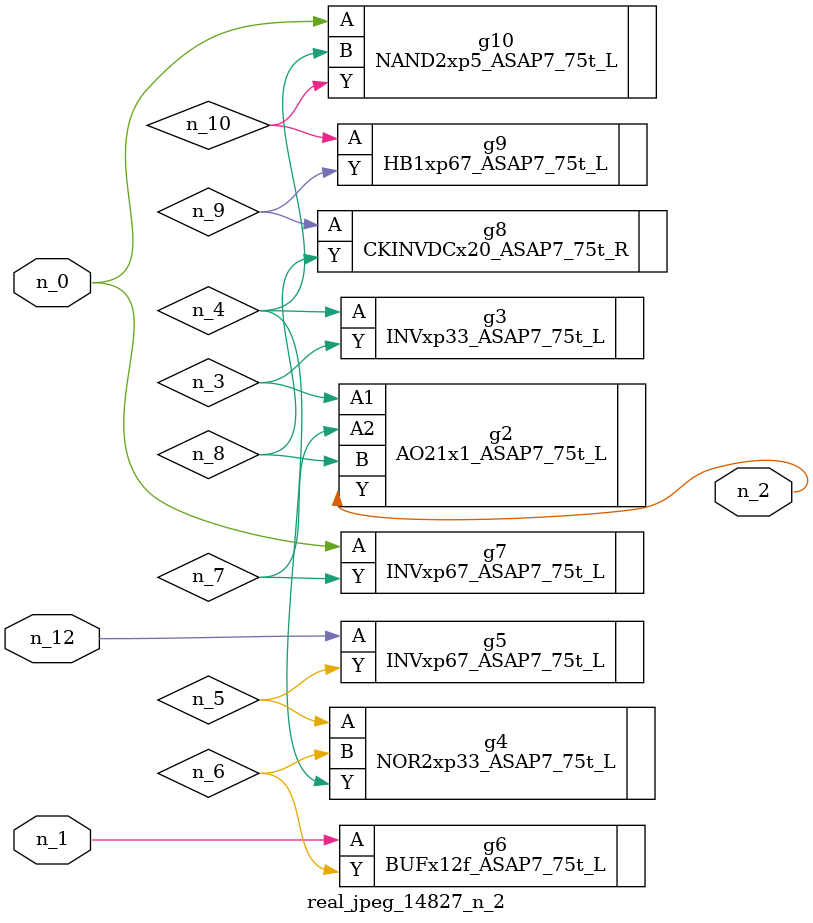
<source format=v>
module real_jpeg_14827_n_2 (n_12, n_1, n_0, n_2);

input n_12;
input n_1;
input n_0;

output n_2;

wire n_5;
wire n_4;
wire n_8;
wire n_6;
wire n_7;
wire n_3;
wire n_10;
wire n_9;

INVxp67_ASAP7_75t_L g7 ( 
.A(n_0),
.Y(n_7)
);

NAND2xp5_ASAP7_75t_L g10 ( 
.A(n_0),
.B(n_4),
.Y(n_10)
);

BUFx12f_ASAP7_75t_L g6 ( 
.A(n_1),
.Y(n_6)
);

AO21x1_ASAP7_75t_L g2 ( 
.A1(n_3),
.A2(n_7),
.B(n_8),
.Y(n_2)
);

INVxp33_ASAP7_75t_L g3 ( 
.A(n_4),
.Y(n_3)
);

NOR2xp33_ASAP7_75t_L g4 ( 
.A(n_5),
.B(n_6),
.Y(n_4)
);

CKINVDCx20_ASAP7_75t_R g8 ( 
.A(n_9),
.Y(n_8)
);

HB1xp67_ASAP7_75t_L g9 ( 
.A(n_10),
.Y(n_9)
);

INVxp67_ASAP7_75t_L g5 ( 
.A(n_12),
.Y(n_5)
);


endmodule
</source>
